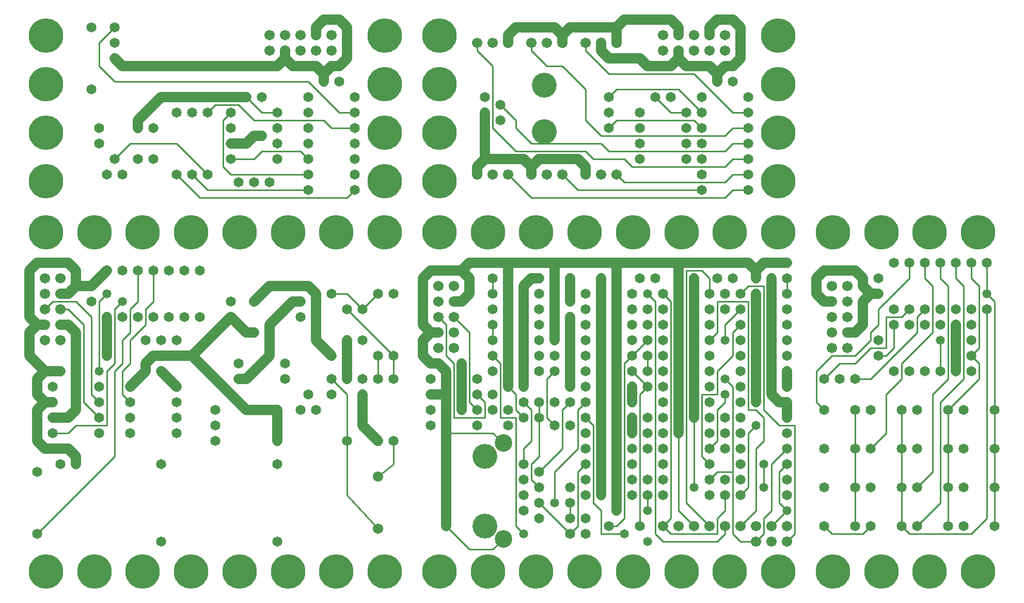
<source format=gtl>
%MOIN*%
%FSLAX25Y25*%
G04 D10 used for Character Trace; *
G04     Circle (OD=.01000) (No hole)*
G04 D11 used for Power Trace; *
G04     Circle (OD=.06500) (No hole)*
G04 D12 used for Signal Trace; *
G04     Circle (OD=.01100) (No hole)*
G04 D13 used for Via; *
G04     Circle (OD=.05800) (Round. Hole ID=.02800)*
G04 D14 used for Component hole; *
G04     Circle (OD=.06500) (Round. Hole ID=.03500)*
G04 D15 used for Component hole; *
G04     Circle (OD=.06700) (Round. Hole ID=.04300)*
G04 D16 used for Component hole; *
G04     Circle (OD=.08100) (Round. Hole ID=.05100)*
G04 D17 used for Component hole; *
G04     Circle (OD=.08900) (Round. Hole ID=.05900)*
G04 D18 used for Component hole; *
G04     Circle (OD=.11300) (Round. Hole ID=.08300)*
G04 D19 used for Component hole; *
G04     Circle (OD=.16000) (Round. Hole ID=.13000)*
G04 D20 used for Component hole; *
G04     Circle (OD=.18300) (Round. Hole ID=.15300)*
G04 D21 used for Component hole; *
G04     Circle (OD=.22291) (Round. Hole ID=.19291)*
%ADD10C,.01000*%
%ADD11C,.06500*%
%ADD12C,.01100*%
%ADD13C,.05800*%
%ADD14C,.06500*%
%ADD15C,.06700*%
%ADD16C,.08100*%
%ADD17C,.08900*%
%ADD18C,.11300*%
%ADD19C,.16000*%
%ADD20C,.18300*%
%ADD21C,.22291*%
%IPPOS*%
%LPD*%
G90*X0Y0D02*D21*X15625Y15625D03*D14*              
X10000Y40000D03*D12*X60000Y90000D01*Y145000D01*   
X65000Y150000D01*Y165000D01*X70000Y170000D01*     
Y185000D01*X75000Y190000D01*Y210000D01*D14*D03*   
X85000D03*D12*Y190000D01*X80000Y185000D01*        
Y175000D01*X70000Y165000D01*Y150000D01*           
X65000Y145000D01*Y130000D01*X70000Y125000D01*D14* 
D03*Y135000D03*D11*X80000Y145000D01*D14*D03*D11*  
Y150000D01*X85000Y155000D01*X110000D01*           
X145000Y120000D01*X165000D01*D14*D03*D11*         
Y110000D01*D14*D03*D11*Y100000D01*D14*D03*        
Y85000D03*X180000Y120000D03*X190000D03*           
X185000Y130000D03*X200000D03*Y140000D03*D12*      
X210000Y130000D01*Y100000D01*D14*D03*D12*         
Y65000D01*X230000Y43200D01*D15*D03*D21*           
X203125Y15625D03*D15*X230000Y76800D03*D12*        
X240000Y85000D01*Y100000D01*D14*D03*X230000D03*   
D11*X220000Y110000D01*Y130000D01*D14*D03*         
X230000Y140000D03*D12*Y155000D01*D14*D03*         
X220000Y165000D03*X240000Y155000D03*D12*          
Y140000D01*D14*D03*D12*Y155000D02*                
X210000Y185000D01*D14*D03*X200000Y195000D03*D12*  
X210000D01*X220000Y185000D01*D14*D03*D12*         
X230000Y195000D01*D14*D03*X240000D03*             
X210000Y165000D03*D11*Y140000D01*D14*D03*         
X220000D03*X200000Y155000D03*D11*                 
X190000Y165000D01*Y195000D01*X185000Y200000D01*   
X160000D01*X150000Y190000D01*D14*D03*X135000D03*  
Y180000D03*D11*X110000Y155000D01*D14*             
X100000Y165000D03*X90000D03*X100000Y135000D03*D11*
X90000Y145000D01*D14*D03*X80000Y165000D03*        
X100000Y125000D03*X70000Y115000D03*D12*           
X55000Y145000D02*X60000Y150000D01*                
X55000Y110000D02*Y145000D01*X35000Y110000D02*     
X55000D01*X30000Y105000D02*X35000Y110000D01*      
X20000Y105000D02*X30000D01*D14*X20000D03*D11*     
X35000Y90000D02*X30000Y95000D01*X35000Y85000D02*  
Y90000D01*D14*Y85000D03*X25000D03*D11*            
X15000Y95000D02*X30000D01*X15000D02*              
X10000Y100000D01*Y120000D01*X15000Y125000D01*     
X20000D01*D14*D03*D11*X15000D02*X10000Y130000D01* 
Y140000D01*X15000Y145000D01*X25000D01*D14*D03*    
X20000Y135000D03*X35000Y145000D03*D11*Y120000D01* 
X30000Y115000D01*X20000D01*D14*D03*D12*X50000D02* 
X40000Y125000D01*D14*X50000Y115000D03*D12*        
X40000Y125000D02*Y175000D01*X30000Y185000D01*     
X25000D01*D15*D03*D12*X15000D02*X20000Y190000D01* 
D15*X15000Y185000D03*D12*X20000Y190000D02*        
X35000D01*X45000Y180000D01*Y130000D01*            
X50000Y125000D01*D14*D03*Y135000D03*              
X70000Y105000D03*D13*X50000Y145000D03*D12*        
Y190000D01*X55000Y195000D01*D13*D03*              
X65000Y190000D03*D12*X60000Y185000D01*Y150000D01* 
D13*X55000Y155000D03*D11*Y180000D01*D14*D03*      
X45000Y190000D03*X65000Y180000D03*D11*            
X30000Y195000D02*X35000Y200000D01*                
X25000Y195000D02*X30000D01*D15*X25000D03*         
X15000Y205000D03*X25000D03*X15000Y195000D03*D11*  
X35000Y200000D02*X45000D01*D14*D03*D11*           
X55000Y210000D01*D14*D03*X65000D03*D11*           
X35000Y200000D02*Y210000D01*X30000Y215000D01*     
X10000D01*X5000Y210000D01*Y180000D01*             
X10000Y175000D01*X5000Y170000D01*Y155000D01*      
X15000Y145000D01*D15*X25000Y165000D03*D11*        
X35000Y145000D02*Y170000D01*X30000Y175000D01*     
X25000D01*D15*D03*X15000Y165000D03*Y175000D03*D11*
X10000D01*D21*X46875Y234375D03*X15625D03*D14*     
X75000Y180000D03*X50000Y105000D03*D21*            
X78125Y234375D03*D14*X85000Y180000D03*X95000D03*  
Y210000D03*X100000Y105000D03*Y115000D03*          
X90000Y85000D03*X10000Y80000D03*X105000Y180000D03*
Y210000D03*D21*X109375Y234375D03*D14*             
X115000Y180000D03*Y210000D03*X125000Y100000D03*   
Y110000D03*Y120000D03*D11*X145000Y170000D02*      
X135000Y180000D01*X145000Y170000D02*X150000D01*   
D14*D03*D11*X160000Y155000D02*Y175000D01*         
X145000Y140000D02*X160000Y155000D01*              
X140000Y140000D02*X145000D01*D14*X140000D03*      
Y150000D03*X170000Y140000D03*Y150000D03*D11*      
X160000Y175000D02*X175000Y190000D01*X180000D01*   
D14*D03*Y180000D03*D21*X203125Y234375D03*         
X171875D03*X140625D03*X234375D03*D14*             
X90000Y35000D03*X165000D03*D21*X46875Y15625D03*   
X78125D03*X109375D03*X140625D03*X171875D03*       
X234375D03*G90*X0Y2000D02*D12*X115000Y257000D02*  
X210000D01*X100000Y272000D02*X115000Y257000D01*   
D14*X100000Y272000D03*X110000D03*D12*             
X120000Y262000D01*X185000D01*D14*D03*Y272000D03*  
D12*X135000D01*X130000Y277000D01*Y307000D01*      
X135000Y312000D01*D14*D03*D12*X125000Y317000D02*  
X140000D01*X120000Y312000D02*X125000Y317000D01*   
D14*X120000Y312000D03*X110000D03*                 
X135000Y302000D03*D12*X70000Y292000D02*X100000D01*
X60000Y282000D02*X70000Y292000D01*D14*            
X60000Y282000D03*X50000Y292000D03*                
X55000Y272000D03*X65000D03*X75000Y282000D03*      
Y302000D03*D11*Y307000D01*X90000Y322000D01*       
X145000D01*D14*D03*D12*X155000Y312000D01*         
X165000D01*D14*D03*X155000Y322000D03*             
X165000Y302000D03*D11*X145000Y292000D02*          
X150000Y297000D01*X135000Y292000D02*X145000D01*   
D14*X135000D03*Y282000D03*D12*X150000D01*         
X155000Y287000D01*X180000D01*X185000Y282000D01*   
D14*D03*Y292000D03*D12*X195000Y307000D02*         
X200000Y302000D01*X150000Y307000D02*X195000D01*   
X140000Y317000D02*X150000Y307000D01*D11*          
Y297000D02*X155000D01*D13*D03*D14*                
X165000Y292000D03*Y282000D03*X140000Y267000D03*   
X150000D03*X185000Y302000D03*X160000Y267000D03*   
X185000Y312000D03*Y322000D03*D12*X60000Y332000D02*
X185000D01*X50000Y342000D02*X60000Y332000D01*     
X50000Y357000D02*Y342000D01*Y357000D02*           
X60000Y367000D01*D14*D03*Y357000D03*              
X45000Y367000D03*X60000Y347000D03*D11*            
X65000Y342000D01*X165000D01*X170000Y347000D01*    
Y352000D01*D15*D03*D11*Y347000D02*                
X175000Y342000D01*X190000D01*X195000Y337000D01*   
Y332000D01*D14*D03*D11*Y337000D02*                
X200000Y342000D01*X205000D01*X210000Y347000D01*   
Y367000D01*X205000Y372000D01*X195000D01*          
X190000Y367000D01*Y362000D01*D15*D03*             
X200000Y352000D03*X180000D03*X200000Y362000D03*   
X180000D03*X190000Y352000D03*X170000Y362000D03*   
D12*X185000Y332000D02*X205000Y312000D01*          
X215000D01*D14*D03*Y322000D03*Y302000D03*D12*     
X200000D01*D14*X215000Y292000D03*Y282000D03*      
X205000Y332000D03*X215000Y272000D03*D21*          
X234375Y267625D03*Y298875D03*Y330125D03*D14*      
X215000Y262000D03*D12*X210000Y257000D01*D14*      
X120000Y272000D03*D12*X100000Y292000D01*D14*      
X85000Y302000D03*Y282000D03*X100000Y312000D03*    
X50000Y302000D03*X45000Y327000D03*D15*            
X160000Y352000D03*Y362000D03*D21*X15625Y361375D03*
Y330125D03*Y298875D03*Y267625D03*                 
X234375Y361375D03*G90*X4000Y0D02*D11*             
X264000Y150000D02*X259000Y155000D01*              
X264000Y150000D02*X269000D01*X274000Y145000D01*   
Y130000D01*Y105000D01*Y45000D01*D12*              
X289000Y30000D01*X304000D01*X311000Y36500D01*D18* 
D03*D12*X324000Y40000D02*X319000Y45000D01*D13*    
X324000Y40000D03*D12*X319000Y45000D02*Y115000D01* 
X309000D01*Y150000D01*X304000Y155000D01*D14*D03*  
D13*X314000Y145000D03*D11*Y135000D01*D14*D03*D12* 
X319000Y130000D01*Y120000D01*X324000Y115000D01*   
D14*D03*D12*X329000Y100000D02*Y120000D01*         
X324000Y95000D02*X329000Y100000D01*               
X324000Y85000D02*Y95000D01*D14*Y85000D03*D12*     
X329000Y75000D02*Y85000D01*X334000Y70000D02*      
X329000Y75000D01*D14*X334000Y70000D03*D13*        
X344000Y60000D03*D12*Y80000D01*X359000Y95000D01*  
Y120000D01*X364000Y125000D01*D14*D03*D13*         
X354000Y135000D03*D11*Y165000D01*D14*D03*D11*     
Y180000D01*D14*D03*X364000Y175000D03*             
X344000Y185000D03*D11*Y165000D01*D14*D03*         
X334000Y175000D03*Y155000D03*Y165000D03*          
X344000Y155000D03*X364000Y145000D03*Y185000D03*   
Y155000D03*X334000Y145000D03*X364000Y165000D03*   
D11*X344000Y185000D02*Y205000D01*D14*D03*D11*     
Y215000D01*X314000D01*Y145000D01*D14*             
X324000Y135000D03*D11*Y200000D01*                 
X329000Y205000D01*X334000D01*D14*D03*D11*         
X344000Y215000D02*X384000D01*Y205000D01*D14*D03*  
D11*Y185000D01*D13*D03*D11*Y135000D01*D13*D03*D11*
Y115000D01*D13*D03*D11*Y95000D01*D13*D03*D11*     
Y55000D01*D13*D03*D12*Y45000D02*X389000Y50000D01* 
X379000Y45000D02*X384000D01*D14*X379000D03*D12*   
X374000Y40000D02*X389000D01*D13*D03*D12*Y50000D02*
Y150000D01*X394000Y155000D01*D14*D03*D12*         
X404000Y165000D01*D14*D03*X414000Y155000D03*      
Y175000D03*X394000D03*X414000Y165000D03*          
X404000Y175000D03*X394000Y165000D03*              
X404000Y155000D03*D12*Y145000D01*D14*D03*         
X414000Y135000D03*X394000D03*D11*Y125000D01*D14*  
D03*D12*X399000Y45000D02*Y130000D01*D14*Y45000D03*
D12*X414000Y35000D02*X409000Y40000D01*            
X414000Y35000D02*X449000D01*X454000Y40000D01*     
Y45000D01*D15*D03*D12*X464000Y35000D02*           
X459000Y40000D01*X464000Y35000D02*X474000D01*D15* 
D03*D12*X479000Y40000D01*Y50000D01*               
X484000Y55000D01*Y85000D01*X494000Y95000D01*D14*  
D03*Y105000D03*Y85000D03*D12*X489000Y80000D01*    
Y60000D01*X494000Y55000D01*D13*D03*D12*           
X484000Y45000D01*D15*D03*X494000Y35000D03*D12*    
X499000Y40000D01*Y110000D01*X489000D01*           
X479000Y120000D01*Y200000D01*X469000D01*          
X464000Y195000D01*D14*D03*D12*X469000Y120000D02*  
Y190000D01*Y120000D02*X474000D01*                 
X479000Y115000D01*Y100000D01*X474000Y95000D01*    
Y55000D01*X464000Y45000D01*D15*D03*D12*           
X459000Y40000D02*Y80000D01*X449000D01*            
X444000Y75000D01*D14*D03*X454000Y65000D03*D12*    
Y55000D01*X449000Y50000D01*Y40000D01*X419000D01*  
X414000Y45000D01*D15*D03*D12*X419000Y50000D01*    
Y190000D01*X414000Y195000D01*D14*D03*D12*         
X409000Y40000D02*Y190000D01*D13*X404000Y35000D03* 
D12*X434000Y45000D02*X424000Y55000D01*D15*        
X434000Y45000D03*D12*X424000Y55000D02*Y105000D01* 
D13*D03*D11*Y125000D01*D13*D03*D11*Y205000D01*D14*
D03*D11*Y215000D01*X384000D01*D14*                
X374000Y205000D03*D11*Y165000D01*D13*D03*D11*     
Y120000D01*D13*D03*D11*Y105000D01*D13*D03*D11*    
Y65000D01*D13*D03*D12*Y55000D02*X369000Y60000D01* 
X374000Y40000D02*Y55000D01*D14*X364000Y50000D03*  
Y40000D03*D12*X354000D02*X359000Y45000D01*D14*    
X354000Y40000D03*D12*X334000Y60000D01*D14*D03*    
X324000Y65000D03*X334000Y50000D03*                
X324000Y55000D03*Y75000D03*X354000Y50000D03*D12*  
Y60000D01*D14*D03*Y70000D03*X364000Y65000D03*     
Y75000D03*D12*X369000Y60000D02*Y110000D01*        
X364000Y115000D01*D14*D03*X354000Y125000D03*D12*  
X349000Y120000D01*Y95000D01*X334000Y80000D01*D14* 
D03*D12*X329000Y85000D02*X334000Y90000D01*        
Y115000D01*D14*D03*D12*Y125000D01*D14*D03*D12*    
X329000Y120000D02*X324000Y125000D01*D14*D03*      
X314000Y120000D03*D12*X339000Y115000D02*          
Y140000D01*X344000Y110000D02*X339000Y115000D01*   
D14*X344000Y110000D03*X354000D03*                 
X344000Y125000D03*X364000Y95000D03*Y105000D03*    
Y135000D03*Y85000D03*D12*X359000Y80000D01*        
Y45000D01*D21*X332125Y15625D03*X363375D03*        
X394625D03*D14*X394000Y65000D03*Y75000D03*        
Y85000D03*D13*X404000Y55000D03*D12*Y65000D01*D14* 
D03*X414000Y75000D03*Y65000D03*X404000Y75000D03*  
D15*X424000Y45000D03*D14*X414000Y85000D03*D12*    
X444000Y45000D02*X429000Y60000D01*D15*            
X444000Y45000D03*D12*X429000Y60000D02*Y210000D01* 
X439000D01*X444000Y205000D01*Y195000D01*D14*D03*  
D12*X449000Y170000D02*Y190000D01*                 
X444000Y165000D02*X449000Y170000D01*D14*          
X444000Y165000D03*D12*X454000D02*Y175000D01*D13*  
Y165000D03*D12*X459000Y155000D02*Y170000D01*      
X449000Y145000D02*X459000Y155000D01*              
X449000Y130000D02*Y145000D01*X439000Y130000D02*   
X449000D01*X439000Y90000D02*Y130000D01*           
X444000Y85000D02*X439000Y90000D01*D14*            
X444000Y85000D03*X454000Y75000D03*Y95000D03*      
X444000D03*D12*X449000Y100000D01*Y120000D01*      
X454000Y125000D01*Y130000D01*D13*D03*D12*         
X459000Y80000D02*Y135000D01*D14*X464000Y75000D03* 
Y85000D03*D12*Y65000D02*X469000Y70000D01*D14*     
X464000Y65000D03*D12*X469000Y70000D02*Y105000D01* 
X474000Y110000D01*D13*D03*D14*X464000Y115000D03*  
Y105000D03*D11*X489000Y125000D02*X494000D01*D14*  
D03*D11*Y115000D01*D14*D03*D11*X489000Y125000D02* 
X484000Y130000D01*Y190000D01*D13*D03*D11*         
Y205000D01*D14*D03*X494000Y195000D03*D12*         
Y205000D01*D14*D03*Y215000D03*D11*X479000D01*     
X474000Y210000D01*Y205000D01*D14*D03*D11*         
Y210000D02*X469000Y215000D01*X424000D01*D14*      
X434000Y205000D03*D11*Y115000D01*D13*D03*D12*     
Y70000D01*D13*D03*D14*X444000Y65000D03*           
X414000Y95000D03*X404000D03*X464000D03*           
X454000Y105000D03*X444000D03*X414000D03*          
X404000D03*X394000D03*D11*Y115000D01*D14*D03*     
X404000D03*D12*X399000Y130000D02*                 
X404000Y135000D01*D14*D03*D12*X394000Y145000D01*  
D14*D03*X414000Y125000D03*Y145000D03*Y115000D03*  
Y185000D03*X404000D03*X394000D03*D12*             
X409000Y190000D02*X404000Y195000D01*D13*D03*D14*  
X409000Y205000D03*X394000Y195000D03*              
X399000Y205000D03*X444000Y155000D03*D21*          
X363375Y234375D03*D14*X444000Y175000D03*D21*      
X425875Y234375D03*D14*X444000Y185000D03*          
X364000Y195000D03*D21*X394625Y234375D03*D12*      
X449000Y190000D02*X469000D01*D13*                 
X474000Y195000D03*D11*Y145000D01*D13*D03*D11*     
Y125000D01*D13*D03*D14*X464000Y135000D03*         
Y125000D03*D12*X459000Y135000D02*                 
X454000Y140000D01*D13*D03*D14*X444000Y145000D03*  
X464000D03*X444000Y135000D03*X464000Y155000D03*   
X444000Y125000D03*X464000Y165000D03*              
X444000Y115000D03*X454000D03*D12*                 
X459000Y170000D02*X464000Y175000D01*D14*D03*      
X454000Y185000D03*X464000D03*D12*                 
X454000Y175000D01*D14*Y195000D03*                 
X459000Y205000D03*X449000D03*X494000Y135000D03*   
D11*Y145000D01*D14*D03*Y155000D03*Y165000D03*     
Y175000D03*Y185000D03*D13*X479000Y85000D03*D12*   
Y70000D01*D13*D03*D14*X494000Y65000D03*Y75000D03* 
D15*X474000Y45000D03*X494000D03*X484000Y35000D03* 
D21*X425875Y15625D03*X457125D03*X488375D03*D14*   
X394000Y95000D03*X354000Y190000D03*D11*Y205000D01*
D14*D03*X334000Y185000D03*Y195000D03*D21*         
X332125Y234375D03*D11*X289000Y215000D02*          
X314000D01*X284000Y210000D02*X289000Y215000D01*   
Y205000D02*X284000Y210000D01*X289000Y195000D02*   
Y205000D01*X284000Y190000D02*X289000Y195000D01*   
X279000Y190000D02*X284000D01*D15*X279000D03*      
X269000Y200000D03*Y180000D03*D12*                 
X274000Y175000D01*Y155000D01*X279000Y150000D01*   
Y115000D01*X299000D01*Y125000D01*                 
X294000Y130000D01*D14*D03*D12*Y120000D02*         
X289000Y125000D01*D14*X294000Y120000D03*D12*      
X289000Y125000D02*Y170000D01*X279000Y180000D01*   
D15*D03*X269000Y190000D03*Y170000D03*D11*         
X264000D01*X259000Y165000D01*Y155000D01*D15*      
X269000Y160000D03*D11*X264000Y170000D02*          
X259000Y175000D01*Y205000D01*X264000Y210000D01*   
X284000D01*D15*X279000Y200000D03*D14*             
X304000Y195000D03*D12*Y205000D01*D14*D03*         
Y185000D03*Y175000D03*D12*Y165000D01*D14*D03*     
Y145000D03*D13*X284000Y150000D03*D11*Y120000D01*  
D13*D03*D14*X294000Y110000D03*D11*                
X264000Y130000D02*X274000D01*D14*X264000D03*      
Y140000D03*Y120000D03*Y110000D03*D12*             
X274000Y105000D02*X304000D01*X311000Y98500D01*D18*
D03*D19*X299000Y90000D03*D14*X314000Y110000D03*   
X304000Y120000D03*Y130000D03*D12*                 
X339000Y140000D02*X344000Y145000D01*D14*D03*      
X294000Y140000D03*D15*X279000Y170000D03*          
Y160000D03*D21*X300875Y234375D03*X269625D03*D19*  
X299000Y45000D03*D21*X457125Y234375D03*           
X269625Y15625D03*X300875D03*X488375Y234375D03*G90*
X4000Y2000D02*X269625Y267625D03*D15*              
X294000Y272000D03*D11*Y277000D01*                 
X299000Y282000D01*Y312000D01*D14*D03*             
X309000Y307000D03*X299000Y322000D03*              
X309000Y317000D03*D12*X319000Y307000D01*          
Y302000D01*X329000Y292000D01*X374000D01*          
X379000Y287000D01*X454000D01*X459000Y292000D01*   
X469000D01*D14*D03*D12*X454000Y297000D02*         
X459000Y302000D01*X374000Y297000D02*X454000D01*   
X364000Y307000D02*X374000Y297000D01*              
X364000Y327000D02*Y307000D01*X349000Y342000D02*   
X364000Y327000D01*X339000Y342000D02*X349000D01*   
X329000Y352000D02*X339000Y342000D01*              
X329000Y357000D02*Y352000D01*D15*Y357000D03*D11*  
X314000Y362000D02*X319000Y367000D01*              
X314000Y362000D02*Y357000D01*D15*D03*D11*         
X319000Y367000D02*X344000D01*X349000Y362000D01*   
Y357000D01*D15*D03*D11*Y362000D02*                
X354000Y367000D01*X384000D01*Y357000D01*D15*D03*  
D11*X374000Y352000D02*X379000Y347000D01*          
X374000Y357000D02*Y352000D01*D15*Y357000D03*D11*  
X384000Y367000D02*X389000Y372000D01*X419000D01*   
X424000Y367000D01*Y362000D01*D15*D03*             
X434000Y352000D03*X414000D03*X434000Y362000D03*   
X414000D03*X424000Y352000D03*D11*Y347000D01*      
X419000Y342000D01*X404000D01*X399000Y347000D01*   
X379000D01*D12*X364000Y352000D02*                 
X379000Y337000D01*X364000Y357000D02*Y352000D01*   
D15*Y357000D03*D12*X379000Y337000D02*X434000D01*  
X459000Y312000D01*X469000D01*D14*D03*D12*         
X459000Y302000D02*X469000D01*D14*D03*D12*         
X454000Y277000D02*X459000Y282000D01*              
X394000Y277000D02*X454000D01*X389000Y282000D02*   
X394000Y277000D01*X369000Y282000D02*X389000D01*   
X364000Y287000D02*X369000Y282000D01*              
X319000Y287000D02*X364000D01*X304000Y302000D02*   
X319000Y287000D01*X304000Y342000D02*Y302000D01*   
X294000Y352000D02*X304000Y342000D01*              
X294000Y357000D02*Y352000D01*D15*Y357000D03*      
X304000D03*D21*X269625Y330125D03*Y361375D03*D19*  
X337500Y329500D03*D15*X339000Y357000D03*D19*      
X337500Y299500D03*D21*X269625Y298875D03*D11*      
X299000Y282000D02*X324000D01*X329000Y277000D01*   
Y272000D01*D15*D03*D11*Y277000D02*                
X334000Y282000D01*X359000D01*X364000Y277000D01*   
Y272000D01*D15*D03*D12*X349000D02*                
X359000Y262000D01*D15*X349000Y272000D03*D12*      
X359000Y262000D02*X439000D01*D14*D03*Y272000D03*  
D12*X329000Y257000D02*X454000D01*                 
X314000Y272000D02*X329000Y257000D01*D15*          
X314000Y272000D03*X304000D03*X339000D03*          
X374000D03*D14*X379000Y302000D03*D12*             
X384000Y307000D01*X434000D01*X439000Y302000D01*   
D14*D03*X429000Y312000D03*D12*X419000D01*         
X409000Y322000D01*D14*D03*X399000Y312000D03*      
X419000Y322000D03*D12*X384000Y327000D02*          
X424000D01*X379000Y322000D02*X384000Y327000D01*   
D14*X379000Y322000D03*Y312000D03*                 
X399000Y302000D03*Y292000D03*Y282000D03*D12*      
X424000Y327000D02*X439000Y312000D01*D14*D03*      
X429000Y302000D03*X439000Y322000D03*              
X459000Y332000D03*X449000D03*D11*Y337000D01*      
X444000Y342000D01*X429000D01*X424000Y347000D01*   
X444000Y367000D02*Y362000D01*D15*D03*D11*         
Y367000D02*X449000Y372000D01*X459000D01*          
X464000Y367000D01*Y347000D01*X459000Y342000D01*   
X454000D01*X449000Y337000D01*D15*                 
X454000Y352000D03*X444000D03*D14*                 
X469000Y322000D03*D15*X454000Y362000D03*D21*      
X488375Y298875D03*Y330125D03*Y361375D03*D14*      
X429000Y292000D03*X439000D03*X429000Y282000D03*   
X439000D03*D12*X459000D02*X469000D01*D14*D03*D12* 
X454000Y267000D02*X459000Y272000D01*              
X389000Y267000D02*X454000D01*X384000Y272000D02*   
X389000Y267000D01*D15*X384000Y272000D03*D12*      
X454000Y257000D02*X459000Y262000D01*X469000D01*   
D14*D03*D12*X459000Y272000D02*X469000D01*D14*D03* 
D21*X488375Y267625D03*G90*X3000Y0D02*D12*         
X518000Y120000D02*X513000Y125000D01*D14*          
X518000Y120000D03*D12*X513000Y125000D02*          
Y145000D01*X523000Y155000D01*X538000D01*          
X548000Y165000D01*Y170000D01*X553000Y175000D01*   
Y185000D01*X573000Y205000D01*Y215000D01*D14*D03*  
D12*X588000Y200000D02*X583000Y205000D01*          
X588000Y170000D02*Y200000D01*X568000Y150000D02*   
X588000Y170000D01*X568000Y140000D02*Y150000D01*   
X558000Y130000D02*X568000Y140000D01*              
X558000Y105000D02*Y130000D01*X548000Y95000D02*    
X558000Y105000D01*D14*X548000Y95000D03*X538000D03*
D12*Y70000D01*D14*D03*D12*Y45000D01*D14*D03*D12*  
X523000Y40000D02*X543000D01*X523000D02*           
X518000Y45000D01*D14*D03*D12*X543000Y40000D02*    
X548000Y45000D01*D14*D03*X568000D03*D12*          
X573000Y40000D01*X613000D01*X623000Y50000D01*     
Y185000D01*D14*D03*D12*X628000Y120000D02*         
Y190000D01*D14*Y120000D03*D12*Y95000D01*D14*D03*  
D12*Y70000D01*D14*D03*D12*Y45000D01*D14*D03*      
X608000D03*Y70000D03*X598000D03*D12*Y45000D01*D14*
D03*D12*X578000D02*X593000Y60000D01*D14*          
X578000Y45000D03*D12*X568000D02*Y70000D01*D14*D03*
D12*Y95000D01*D14*D03*D12*Y120000D01*D14*D03*     
X578000D03*D12*X538000Y140000D02*X548000D01*D14*  
X538000D03*D12*X518000D02*X528000Y150000D01*D14*  
X518000Y140000D03*D12*X528000Y150000D02*          
X538000D01*X548000Y160000D01*X558000D01*          
Y180000D01*X568000D01*X573000Y185000D01*D14*D03*  
D12*X578000Y170000D02*Y180000D01*                 
X548000Y140000D02*X578000Y170000D01*              
X553000Y155000D02*X558000D01*D14*X553000D03*D12*  
X558000D02*X563000Y160000D01*Y175000D01*D14*D03*  
X553000Y165000D03*X573000Y175000D03*              
X563000Y185000D03*D12*X578000Y180000D02*          
X583000Y185000D01*D14*D03*X593000Y175000D03*      
Y185000D03*X583000Y175000D03*D12*                 
X598000Y140000D02*Y200000D01*X588000Y130000D02*   
X598000Y140000D01*X588000Y80000D02*Y130000D01*    
X578000Y70000D02*X588000Y80000D01*D14*            
X578000Y70000D03*D12*X593000Y60000D02*Y125000D01* 
X608000Y140000D01*Y200000D01*X603000Y205000D01*   
Y215000D01*D14*D03*D12*X618000Y200000D02*         
X613000Y205000D01*X618000Y160000D02*Y200000D01*   
X613000Y155000D02*X618000Y160000D01*D14*          
X613000Y155000D03*D12*X618000Y150000D01*          
Y140000D01*X598000Y120000D01*D14*D03*D12*         
Y95000D01*D14*D03*D12*Y70000D01*D14*              
X608000Y95000D03*X578000D03*X548000Y120000D03*    
X608000D03*X548000Y70000D03*D21*X554875Y15625D03* 
X586125D03*X617375D03*D14*X538000Y120000D03*D12*  
Y95000D01*D14*X518000D03*Y70000D03*               
X528000Y140000D03*X583000Y145000D03*X573000D03*   
X563000D03*X593000D03*D12*Y165000D01*D13*D03*D14* 
X603000Y155000D03*D11*Y145000D01*D14*D03*         
X613000D03*D11*X603000Y155000D02*Y165000D01*D14*  
D03*D11*Y175000D01*D14*D03*X613000Y165000D03*     
Y185000D03*Y175000D03*X603000Y185000D03*D13*      
X623000Y195000D03*D12*X628000Y190000D01*          
X623000Y195000D02*Y215000D01*D14*D03*D12*         
X613000Y205000D02*Y215000D01*D14*D03*D12*         
X598000Y200000D02*X593000Y205000D01*Y215000D01*   
D14*D03*D12*X583000Y205000D02*Y215000D01*D14*D03* 
D21*X586125Y234375D03*D14*X563000Y215000D03*D21*  
X554875Y234375D03*D14*X553000Y205000D03*          
Y195000D03*D11*X548000D01*X543000Y190000D01*      
Y175000D01*X538000Y170000D01*X533000D01*D15*D03*  
X523000Y180000D03*Y160000D03*X533000Y180000D03*   
X523000Y170000D03*X533000Y160000D03*Y190000D03*   
X523000D03*D11*X518000D01*X513000Y195000D01*      
Y205000D01*X518000Y210000D01*X538000D01*          
X543000Y205000D01*Y200000D01*X548000Y195000D01*   
D15*X533000Y200000D03*X523000D03*D21*             
X523625Y234375D03*X617375D03*X523625Y15625D03*M02*

</source>
